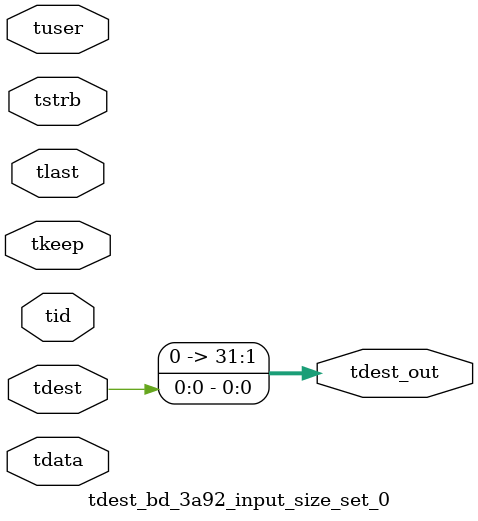
<source format=v>


`timescale 1ps/1ps

module tdest_bd_3a92_input_size_set_0 #
(
parameter C_S_AXIS_TDATA_WIDTH = 32,
parameter C_S_AXIS_TUSER_WIDTH = 0,
parameter C_S_AXIS_TID_WIDTH   = 0,
parameter C_S_AXIS_TDEST_WIDTH = 0,
parameter C_M_AXIS_TDEST_WIDTH = 32
)
(
input  [(C_S_AXIS_TDATA_WIDTH == 0 ? 1 : C_S_AXIS_TDATA_WIDTH)-1:0     ] tdata,
input  [(C_S_AXIS_TUSER_WIDTH == 0 ? 1 : C_S_AXIS_TUSER_WIDTH)-1:0     ] tuser,
input  [(C_S_AXIS_TID_WIDTH   == 0 ? 1 : C_S_AXIS_TID_WIDTH)-1:0       ] tid,
input  [(C_S_AXIS_TDEST_WIDTH == 0 ? 1 : C_S_AXIS_TDEST_WIDTH)-1:0     ] tdest,
input  [(C_S_AXIS_TDATA_WIDTH/8)-1:0 ] tkeep,
input  [(C_S_AXIS_TDATA_WIDTH/8)-1:0 ] tstrb,
input                                                                    tlast,
output [C_M_AXIS_TDEST_WIDTH-1:0] tdest_out
);

assign tdest_out = {tdest[0:0]};

endmodule


</source>
